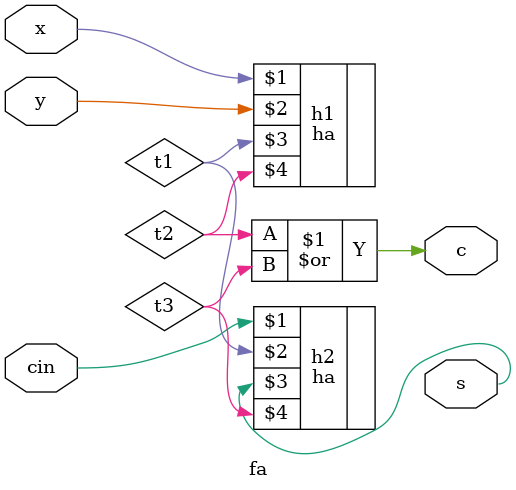
<source format=v>
`timescale 1ns / 1ps


module fa(input x,y,cin, output  s,c);
wire t1,t2,t3;
ha h1(x,y,t1,t2);
ha h2(cin,t1,s,t3);
assign c=t2|t3;
endmodule

</source>
